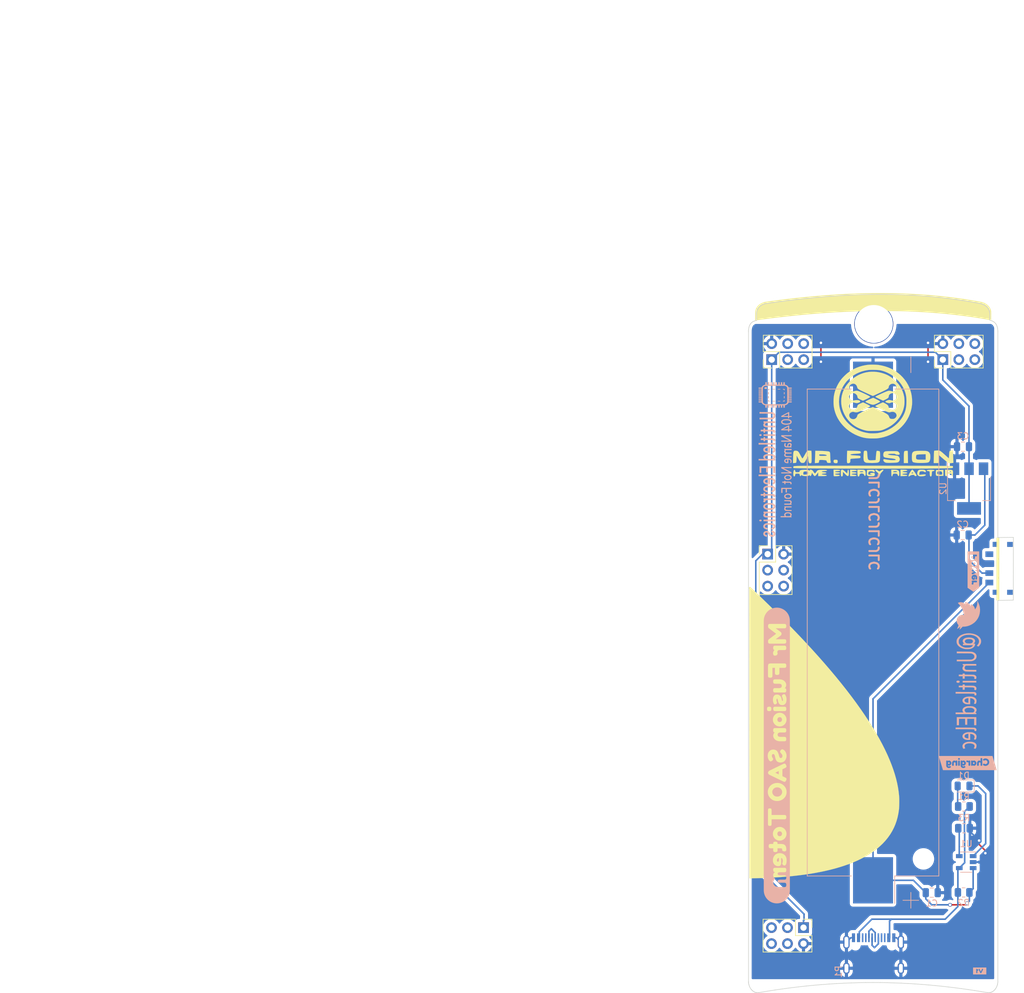
<source format=kicad_pcb>
(kicad_pcb (version 20210228) (generator pcbnew)
  (layers (0 "F.Cu" signal) (31 "B.Cu" signal) (34 "B.Paste" user) (35 "F.Paste" user) (36 "B.SilkS" user "B.Silkscreen") (37 "F.SilkS" user "F.Silkscreen") (38 "B.Mask" user) (39 "F.Mask" user) (44 "Edge.Cuts" user))
  (net 0 "")
  (net 1 "VSS")
  (net 2 "VDDA")
  (net 3 "Net-(C2-Pad1)")
  (net 4 "VCC")
  (net 5 "Net-(D1-Pad2)")
  (net 6 "Net-(D1-Pad1)")
  (net 23 "VBUS")
  (net 28 "unconnected-(P1-PadA6)")
  (net 29 "unconnected-(P1-PadA7)")
  (net 31 "Net-(R3-Pad2)")
  (footprint "LOGO" (layer "F.Cu") (at 0 0)
    (fp_text reference "G***" hide)
    (fp_text value "LOGO" hide)
  )
  (footprint "LOGO" (layer "F.Cu") (at 0 0)
    (fp_text reference "G***" hide)
    (fp_text value "LOGO" hide)
  )
  (footprint "Connector_PinHeader_2.54mm:PinHeader_2x03_P2.54mm_Vertical" (layer "F.Cu") (at 124.735 145.82 -90)
    (fp_text reference "J4" hide)
    (fp_text value "Conn_02x03_Odd_Even")
    (pad "1" thru_hole rect (at 0 0 270) (size 1.7 1.7) (drill 1) (layers *.Cu *.Mask) (net 4 "VCC"))
    (pad "2" thru_hole oval (at 2.54 0 270) (size 1.7 1.7) (drill 1) (layers *.Cu *.Mask) (net 1 "VSS"))
    (pad "3" thru_hole oval (at 0 2.54 270) (size 1.7 1.7) (drill 1) (layers *.Cu *.Mask))
    (pad "4" thru_hole oval (at 2.54 2.54 270) (size 1.7 1.7) (drill 1) (layers *.Cu *.Mask))
    (pad "5" thru_hole oval (at 0 5.08 270) (size 1.7 1.7) (drill 1) (layers *.Cu *.Mask))
    (pad "6" thru_hole oval (at 2.54 5.08 270) (size 1.7 1.7) (drill 1) (layers *.Cu *.Mask))
  )
  (footprint "LOGO" (layer "F.Cu") (at 0 0)
    (fp_text reference "G***" hide)
    (fp_text value "LOGO" hide)
  )
  (footprint "Connector_PinHeader_2.54mm:PinHeader_2x03_P2.54mm_Vertical" (layer "F.Cu") (at 119.685 55.665 90)
    (fp_text reference "J1" hide)
    (fp_text value "Conn_02x03_Odd_Even")
    (pad "1" thru_hole rect (at 0 0 90) (size 1.7 1.7) (drill 1) (layers *.Cu *.Mask) (net 4 "VCC"))
    (pad "2" thru_hole oval (at 2.54 0 90) (size 1.7 1.7) (drill 1) (layers *.Cu *.Mask) (net 1 "VSS"))
    (pad "3" thru_hole oval (at 0 2.54 90) (size 1.7 1.7) (drill 1) (layers *.Cu *.Mask))
    (pad "4" thru_hole oval (at 2.54 2.54 90) (size 1.7 1.7) (drill 1) (layers *.Cu *.Mask))
    (pad "5" thru_hole oval (at 0 5.08 90) (size 1.7 1.7) (drill 1) (layers *.Cu *.Mask))
    (pad "6" thru_hole oval (at 2.54 5.08 90) (size 1.7 1.7) (drill 1) (layers *.Cu *.Mask))
  )
  (footprint "LOGO" (layer "F.Cu") (at 0 0)
    (fp_text reference "G***" hide)
    (fp_text value "LOGO" hide)
  )
  (footprint "Connector_PinHeader_2.54mm:PinHeader_2x03_P2.54mm_Vertical" (layer "F.Cu") (at 146.845 55.665 90)
    (fp_text reference "J2" hide)
    (fp_text value "Conn_02x03_Odd_Even")
    (pad "1" thru_hole rect (at 0 0 90) (size 1.7 1.7) (drill 1) (layers *.Cu *.Mask) (net 4 "VCC"))
    (pad "2" thru_hole oval (at 2.54 0 90) (size 1.7 1.7) (drill 1) (layers *.Cu *.Mask) (net 1 "VSS"))
    (pad "3" thru_hole oval (at 0 2.54 90) (size 1.7 1.7) (drill 1) (layers *.Cu *.Mask))
    (pad "4" thru_hole oval (at 2.54 2.54 90) (size 1.7 1.7) (drill 1) (layers *.Cu *.Mask))
    (pad "5" thru_hole oval (at 0 5.08 90) (size 1.7 1.7) (drill 1) (layers *.Cu *.Mask))
    (pad "6" thru_hole oval (at 2.54 5.08 90) (size 1.7 1.7) (drill 1) (layers *.Cu *.Mask))
  )
  (footprint "Connector_PinHeader_2.54mm:PinHeader_2x03_P2.54mm_Vertical" (layer "F.Cu") (at 119.045 86.535)
    (fp_text reference "J3" hide)
    (fp_text value "Conn_02x03_Odd_Even")
    (pad "1" thru_hole rect (at 0 0) (size 1.7 1.7) (drill 1) (layers *.Cu *.Mask) (net 4 "VCC"))
    (pad "2" thru_hole oval (at 2.54 0) (size 1.7 1.7) (drill 1) (layers *.Cu *.Mask) (net 1 "VSS"))
    (pad "3" thru_hole oval (at 0 2.54) (size 1.7 1.7) (drill 1) (layers *.Cu *.Mask))
    (pad "4" thru_hole oval (at 2.54 2.54) (size 1.7 1.7) (drill 1) (layers *.Cu *.Mask))
    (pad "5" thru_hole oval (at 0 5.08) (size 1.7 1.7) (drill 1) (layers *.Cu *.Mask))
    (pad "6" thru_hole oval (at 2.54 5.08) (size 1.7 1.7) (drill 1) (layers *.Cu *.Mask))
  )
  (footprint "LOGO" (layer "F.Cu") (at 0 0)
    (fp_text reference "G***" hide)
    (fp_text value "LOGO" hide)
  )
  (footprint "" (layer "F.Cu") (at 135.89 50)
    (fp_text reference "" (at 0 0) (layer "F.SilkS") (effects (font (size 1.27 1.27))))
    (fp_text value "" (at 0 0) (layer "F.SilkS") (effects (font (size 1.27 1.27))))
    (pad "1" thru_hole circle (at 0 0) (size 6.2 6.2) (drill 6) (layers *.Cu *.Mask))
  )
  (footprint "LOGO" (layer "F.Cu") (at 135.2838 97.688)
    (fp_text reference "G***" hide)
    (fp_text value "LOGO" hide)
  )
  (footprint "LOGO" (layer "F.Cu") (at 0 0)
    (fp_text reference "G***" hide)
    (fp_text value "LOGO" hide)
  )
  (footprint "BreadBoardPwr:SK-3296S_switch" (layer "B.Cu") (at 156.355 88.795 90)
    (fp_text reference "Power->1" hide)
    (fp_text value "SW3")
    (pad "" np_thru_hole circle (at 1.5 0 90) (size 0.9 0.9) (drill 0.9) (layers *.Cu *.Mask))
    (pad "" np_thru_hole circle (at -1.5 0 90) (size 0.9 0.9) (drill 0.9) (layers *.Cu *.Mask))
    (pad "1" smd rect (at -2.25 -2.125 90) (size 0.9 1.25) (layers "B.Cu" "B.Paste" "B.Mask") (net 2 "VDDA"))
    (pad "2" smd rect (at -0.75 -2.125 90) (size 0.9 1.25) (layers "B.Cu" "B.Paste" "B.Mask") (net 3 "Net-(C2-Pad1)"))
    (pad "3" smd rect (at 2.25 -2.125 90) (size 0.9 1.25) (layers "B.Cu" "B.Paste" "B.Mask"))
    (pad "4" smd rect (at -3.8 -1.15 90) (size 0.8 0.9) (layers "B.Cu" "B.Paste" "B.Mask"))
    (pad "4" smd rect (at 3.81 -1.15 90) (size 0.8 0.9) (layers "B.Cu" "B.Paste" "B.Mask"))
    (pad "4" smd rect (at 3.8 1.15 90) (size 0.8 0.9) (layers "B.Cu" "B.Paste" "B.Mask"))
    (pad "4" smd rect (at -3.8 1.15 90) (size 0.8 0.9) (layers "B.Cu" "B.Paste" "B.Mask"))
  )
  (footprint "svg2mod" (layer "B.Cu") (at 151.7 89.3 -90)
    (fp_text reference "svg2mod" hide)
    (fp_text value "G***" hide)
  )
  (footprint "Capacitor_SMD:C_0805_2012Metric" (layer "B.Cu") (at 145.09 140.27)
    (fp_text reference "C1" (at 0 1.68) (layer "B.SilkS") (effects (justify mirror)))
    (fp_text value "10uF")
    (pad "1" smd roundrect (at -0.95 0) (size 1 1.45) (layers "B.Cu" "B.Paste" "B.Mask") (net 2 "VDDA"))
    (pad "2" smd roundrect (at 0.95 0) (size 1 1.45) (layers "B.Cu" "B.Paste" "B.Mask") (net 1 "VSS"))
  )
  (footprint "Resistor_SMD:R_0805_2012Metric" (layer "B.Cu") (at 150.1525 140.23)
    (fp_text reference "R2" (at 0 1.65) (layer "B.SilkS") (effects (justify mirror)))
    (fp_text value "Charger Bypass")
    (pad "1" smd roundrect (at -0.9125 0) (size 1.025 1.4) (layers "B.Cu" "B.Paste" "B.Mask") (roundrect_rratio 0.2439024390243902) (net 23 "VBUS"))
    (pad "2" smd roundrect (at 0.9125 0) (size 1.025 1.4) (layers "B.Cu" "B.Paste" "B.Mask") (roundrect_rratio 0.2439024390243902) (net 2 "VDDA"))
  )
  (footprint "Capacitor_SMD:C_0805_2012Metric" (layer "B.Cu") (at 150 83.5 180)
    (fp_text reference "C2" (at 0 1.68) (layer "B.SilkS") (effects (justify mirror)))
    (fp_text value "1uF")
    (pad "1" smd roundrect (at -0.95 0 180) (size 1 1.45) (layers "B.Cu" "B.Paste" "B.Mask") (net 3 "Net-(C2-Pad1)"))
    (pad "2" smd roundrect (at 0.95 0 180) (size 1 1.45) (layers "B.Cu" "B.Paste" "B.Mask") (net 1 "VSS"))
  )
  (footprint "Resistor_SMD:R_0805_2012Metric" (layer "B.Cu") (at 150.1925 126.59)
    (fp_text reference "R1" (at -0.0525 -1.55) (layer "B.SilkS") (effects (justify mirror)))
    (fp_text value "1k")
    (pad "1" smd roundrect (at -0.9125 0) (size 1.025 1.4) (layers "B.Cu" "B.Paste" "B.Mask") (roundrect_rratio 0.2439024390243902) (net 5 "Net-(D1-Pad2)"))
    (pad "2" smd roundrect (at 0.9125 0) (size 1.025 1.4) (layers "B.Cu" "B.Paste" "B.Mask") (roundrect_rratio 0.2439024390243902) (net 23 "VBUS"))
  )
  (footprint "18650Battery:BatteryHolder_18650" (layer "B.Cu") (at 135.77 98.98 90)
    (fp_text reference "BT1" hide)
    (fp_text value "Battery_Cell")
    (pad "" np_thru_hole circle (at -35.93 8 90) (size 2.39 2.39) (drill 2.39) (layers *.Cu *.Mask))
    (pad "1" smd rect (at -39.33 0 90) (size 7.34 6.35) (layers "B.Cu" "B.Paste" "B.Mask") (net 2 "VDDA"))
    (pad "2" smd rect (at 39.33 0 90) (size 7.34 6.35) (layers "B.Cu" "B.Paste" "B.Mask") (net 1 "VSS"))
  )
  (footprint "Package_TO_SOT_SMD:SOT-23-5" (layer "B.Cu") (at 150.56 135.42 180)
    (fp_text reference "U1" (at 0 2.9) (layer "B.SilkS") (effects (justify mirror)))
    (fp_text value "HX4055M")
    (pad "1" smd rect (at -1.1 0.95 180) (size 1.06 0.65) (layers "B.Cu" "B.Paste" "B.Mask") (net 6 "Net-(D1-Pad1)"))
    (pad "2" smd rect (at -1.1 0 180) (size 1.06 0.65) (layers "B.Cu" "B.Paste" "B.Mask") (net 1 "VSS"))
    (pad "3" smd rect (at -1.1 -0.95 180) (size 1.06 0.65) (layers "B.Cu" "B.Paste" "B.Mask") (net 2 "VDDA"))
    (pad "4" smd rect (at 1.1 -0.95 180) (size 1.06 0.65) (layers "B.Cu" "B.Paste" "B.Mask") (net 23 "VBUS"))
    (pad "5" smd rect (at 1.1 0.95 180) (size 1.06 0.65) (layers "B.Cu" "B.Paste" "B.Mask") (net 31 "Net-(R3-Pad2)"))
  )
  (footprint "Resistor_SMD:R_0805_2012Metric" (layer "B.Cu") (at 150.2075 130.04 180)
    (fp_text reference "R3" (at 0 1.65) (layer "B.SilkS") (effects (justify mirror)))
    (fp_text value "R_Small")
    (pad "1" smd roundrect (at -0.9125 0 180) (size 1.025 1.4) (layers "B.Cu" "B.Paste" "B.Mask") (roundrect_rratio 0.2439024390243902) (net 1 "VSS"))
    (pad "2" smd roundrect (at 0.9125 0 180) (size 1.025 1.4) (layers "B.Cu" "B.Paste" "B.Mask") (roundrect_rratio 0.2439024390243902) (net 31 "Net-(R3-Pad2)"))
  )
  (footprint "Package_TO_SOT_SMD:SOT-223-3_TabPin2" (layer "B.Cu") (at 151.01 76.13 -90)
    (fp_text reference "U2" (at 0 4.11 90) (layer "B.SilkS") (effects (justify mirror)))
    (fp_text value "TLV1117-33")
    (pad "1" smd rect (at -3.15 2.3 270) (size 2 1.5) (layers "B.Cu" "B.Paste" "B.Mask") (net 1 "VSS"))
    (pad "2" smd rect (at -3.15 0 270) (size 2 1.5) (layers "B.Cu" "B.Paste" "B.Mask") (net 4 "VCC"))
    (pad "2" smd rect (at 3.15 0 270) (size 2 3.8) (layers "B.Cu" "B.Paste" "B.Mask") (net 4 "VCC"))
    (pad "3" smd rect (at -3.15 -2.3 270) (size 2 1.5) (layers "B.Cu" "B.Paste" "B.Mask") (net 3 "Net-(C2-Pad1)"))
  )
  (footprint "svg2mod" (layer "B.Cu") (at 150.8 119.7 180)
    (fp_text reference "svg2mod" hide)
    (fp_text value "G***" hide)
  )
  (footprint "Capacitor_SMD:C_0805_2012Metric" (layer "B.Cu") (at 150.05 69.48 180)
    (fp_text reference "C3" (at 0 1.68) (layer "B.SilkS") (effects (justify mirror)))
    (fp_text value "1uF")
    (pad "1" smd roundrect (at -0.95 0 180) (size 1 1.45) (layers "B.Cu" "B.Paste" "B.Mask") (net 4 "VCC"))
    (pad "2" smd roundrect (at 0.95 0 180) (size 1 1.45) (layers "B.Cu" "B.Paste" "B.Mask") (net 1 "VSS"))
  )
  (footprint "18650Battery:Twitter" (layer "B.Cu") (at 150.531733 105.642158 -90)
    (fp_text reference "Ref**" hide)
    (fp_text value "Val**" hide)
  )
  (footprint "LED_SMD:LED_0805_2012Metric" (layer "B.Cu") (at 150.1425 123.33 180)
    (fp_text reference "D1" (at 0 1.65) (layer "B.SilkS") (effects (justify mirror)))
    (fp_text value "LED_Small")
    (pad "1" smd roundrect (at -0.9375 0 180) (size 0.975 1.4) (layers "B.Cu" "B.Paste" "B.Mask") (net 6 "Net-(D1-Pad1)"))
    (pad "2" smd roundrect (at 0.9375 0 180) (size 0.975 1.4) (layers "B.Cu" "B.Paste" "B.Mask") (net 5 "Net-(D1-Pad2)"))
  )
  (footprint "svg2mod" (layer "B.Cu") (at 120.5 118.5 -90)
    (fp_text reference "svg2mod" hide)
    (fp_text value "G***" hide)
  )
  (footprint "svg2mod" (layer "B.Cu") (at 152.7 152.7 180)
    (fp_text reference "svg2mod" hide)
    (fp_text value "G***" hide)
  )
  (footprint "18650Battery:UELogoSmall" (layer "B.Cu") (at 120 71.6 -90)
    (fp_text reference "Ref**" hide)
    (fp_text value "Val**" hide)
  )
  (footprint "BadgePirates:USB_C_Receptical-Jing" (layer "B.Cu") (at 135.87 148.1225 180)
    (fp_text reference "P1" (at 5.575 -4.7 270) (layer "B.SilkS") (effects (justify mirror)))
    (fp_text value "USB_C_Plug_corrected")
    (pad "" np_thru_hole circle (at -2.89 -0.5 180) (size 0.65 0.65) (drill 0.65) (layers *.Cu *.Mask))
    (pad "" np_thru_hole circle (at 2.89 -0.5 180) (size 0.65 0.65) (drill 0.65) (layers *.Cu *.Mask))
    (pad "A1" smd rect (at -3.325 0.7 180) (size 0.25 1.4) (layers "B.Cu" "B.Paste" "B.Mask") (net 1 "VSS"))
    (pad "A4" smd rect (at -2.525 0.7 180) (size 0.25 1.4) (layers "B.Cu" "B.Paste" "B.Mask") (net 23 "VBUS"))
    (pad "A5" smd rect (at -1.25 0.7 180) (size 0.25 1.4) (layers "B.Cu" "B.Paste" "B.Mask"))
    (pad "A6" smd rect (at -0.25 0.7 180) (size 0.25 1.4) (layers "B.Cu" "B.Paste" "B.Mask") (net 28 "unconnected-(P1-PadA6)"))
    (pad "A7" smd rect (at 0.25 0.7 180) (size 0.25 1.4) (layers "B.Cu" "B.Paste" "B.Mask") (net 29 "unconnected-(P1-PadA7)"))
    (pad "A8" smd rect (at -1.75 0.7 180) (size 0.25 1.4) (layers "B.Cu" "B.Paste" "B.Mask"))
    (pad "A9" smd rect (at 2.525 0.7 180) (size 0.25 1.4) (layers "B.Cu" "B.Paste" "B.Mask") (net 23 "VBUS"))
    (pad "A12" smd rect (at 3.325 0.7 180) (size 0.25 1.4) (layers "B.Cu" "B.Paste" "B.Mask") (net 1 "VSS"))
    (pad "B1" smd rect (at 3.075 0.7 180) (size 0.25 1.4) (layers "B.Cu" "B.Paste" "B.Mask") (net 1 "VSS"))
    (pad "B4" smd rect (at 2.275 0.7 180) (size 0.25 1.4) (layers "B.Cu" "B.Paste" "B.Mask") (net 23 "VBUS"))
    (pad "B5" smd rect (at 1.75 0.7 180) (size 0.25 1.4) (layers "B.Cu" "B.Paste" "B.Mask"))
    (pad "B6" smd rect (at 0.75 0.7 180) (size 0.25 1.4) (layers "B.Cu" "B.Paste" "B.Mask") (net 28 "unconnected-(P1-PadA6)"))
    (pad "B7" smd rect (at -0.75 0.7 180) (size 0.25 1.4) (layers "B.Cu" "B.Paste" "B.Mask") (net 29 "unconnected-(P1-PadA7)"))
    (pad "B8" smd rect (at 1.25 0.7 180) (size 0.25 1.4) (layers "B.Cu" "B.Paste" "B.Mask"))
    (pad "B9" smd rect (at -2.275 0.7 180) (size 0.25 1.4) (layers "B.Cu" "B.Paste" "B.Mask") (net 23 "VBUS"))
    (pad "B12" smd rect (at -3.075 0.7 180) (size 0.25 1.4) (layers "B.Cu" "B.Paste" "B.Mask") (net 1 "VSS"))
    (pad "S1" thru_hole oval (at -4.32 0 180) (size 1 2.1) (drill oval 0.6 1.7) (layers *.Cu *.Mask) (net 1 "VSS"))
    (pad "S1" thru_hole oval (at 4.32 -4.15 180) (size 1 1.8) (drill oval 0.6 1.4) (layers *.Cu *.Mask) (net 1 "VSS"))
    (pad "S1" thru_hole oval (at -4.32 -4.15 180) (size 1 1.8) (drill oval 0.6 1.4) (layers *.Cu *.Mask) (net 1 "VSS"))
    (pad "S1" thru_hole oval (at 4.32 0 180) (size 1 2.1) (drill oval 0.6 1.7) (layers *.Cu *.Mask) (net 1 "VSS"))
  )
  (gr_line (start 117.2742 48.3598) (end 117.2722 48.446) (layer "Edge.Cuts") (width 0.1))
  (gr_line (start 126.3959 154.967) (end 127.6017 154.863) (layer "Edge.Cuts") (width 0.1))
  (gr_line (start 141.5653 45.41152) (end 140.6353 45.36883) (layer "Edge.Cuts") (width 0.1))
  (gr_line (start 155.3488 50.1331) (end 155.2758 50.0127) (layer "Edge.Cuts") (width 0.1))
  (gr_line (start 154.9765 155.797) (end 155.0366 155.739) (layer "Edge.Cuts") (width 0.1))
  (gr_line (start 137.8471 45.29916) (end 136.6533 45.29513) (layer "Edge.Cuts") (width 0.1))
  (gr_line (start 154.3041 48.3599) (end 154.298 48.2758) (layer "Edge.Cuts") (width 0.1))
  (gr_line (start 117.3038 48.1123) (end 117.2901 48.1929) (layer "Edge.Cuts") (width 0.1))
  (gr_line (start 131.8847 45.42299) (end 130.694 45.48878) (layer "Edge.Cuts") (width 0.1))
  (gr_line (start 155.58 93.9074) (end 155.58 93.8802) (layer "Edge.Cuts") (width 0.1))
  (gr_line (start 146.6961 155.124) (end 147.7484 155.242) (layer "Edge.Cuts") (width 0.1))
  (gr_line (start 116.5451 155.74) (end 116.605 155.798) (layer "Edge.Cuts") (width 0.1))
  (gr_line (start 117.4006 156.151) (end 117.4825 156.152) (layer "Edge.Cuts") (width 0.1))
  (gr_line (start 116.0101 154.552) (end 116.0207 154.643) (layer "Edge.Cuts") (width 0.1))
  (gr_line (start 129.9828 154.7) (end 131.1583 154.639) (layer "Edge.Cuts") (width 0.1))
  (gr_line (start 144.3585 45.60089) (end 143.4271 45.52734) (layer "Edge.Cuts") (width 0.1))
  (gr_line (start 154.8773 49.6278) (end 154.7498 49.5569) (layer "Edge.Cuts") (width 0.1))
  (gr_line (start 155.2758 50.0127) (end 155.1924 49.9017) (layer "Edge.Cuts") (width 0.1))
  (gr_line (start 154.2979 49.4092) (end 154.3079 48.8916) (layer "Edge.Cuts") (width 0.1))
  (gr_line (start 155.1488 155.612) (end 155.2009 155.544) (layer "Edge.Cuts") (width 0.1))
  (gr_line (start 154.8495 155.902) (end 154.9144 155.852) (layer "Edge.Cuts") (width 0.1))
  (gr_line (start 155.5052 154.909) (end 155.5277 154.822) (layer "Edge.Cuts") (width 0.1))
  (gr_line (start 121.4655 155.537) (end 122.7145 155.371) (layer "Edge.Cuts") (width 0.1))
  (gr_line (start 155.58 154.37) (end 155.58 93.9074) (layer "Edge.Cuts") (width 0.1))
  (gr_line (start 116.6921 49.6484) (end 116.5767 49.7254) (layer "Edge.Cuts") (width 0.1))
  (gr_line (start 141.3285 154.689) (end 142.4168 154.755) (layer "Edge.Cuts") (width 0.1))
  (gr_line (start 136.6533 45.29513) (end 135.4603 45.30593) (layer "Edge.Cuts") (width 0.1))
  (gr_line (start 125.9365 45.87391) (end 124.7484 45.99849) (layer "Edge.Cuts") (width 0.1))
  (gr_line (start 154.2616 156.144) (end 154.341 156.131) (layer "Edge.Cuts") (width 0.1))
  (gr_line (start 116.4727 49.8131) (end 116.3798 49.9114) (layer "Edge.Cuts") (width 0.1))
  (gr_line (start 127.1252 45.76022) (end 125.9365 45.87391) (layer "Edge.Cuts") (width 0.1))
  (gr_line (start 136.8955 154.541) (end 138.0162 154.56) (layer "Edge.Cuts") (width 0.1))
  (gr_line (start 154.341 156.131) (end 154.4188 156.113) (layer "Edge.Cuts") (width 0.1))
  (gr_line (start 148.7943 155.369) (end 149.8336 155.505) (layer "Edge.Cuts") (width 0.1))
  (gr_line (start 155.4636 50.4013) (end 155.4112 50.2627) (layer "Edge.Cuts") (width 0.1))
  (gr_line (start 117.537 47.54028) (end 117.4594 47.6707) (layer "Edge.Cuts") (width 0.1))
  (gr_line (start 154.0992 156.152) (end 154.1809 156.151) (layer "Edge.Cuts") (width 0.1))
  (gr_line (start 151.8941 155.804) (end 152.916 155.965) (layer "Edge.Cuts") (width 0.1))
  (gr_line (start 153.3601 46.96989) (end 153.2191 46.90535) (layer "Edge.Cuts") (width 0.1))
  (gr_line (start 128.3142 45.65783) (end 127.1252 45.76022) (layer "Edge.Cuts") (width 0.1))
  (gr_line (start 147.1562 45.88656) (end 146.223 45.78029) (layer "Edge.Cuts") (width 0.1))
  (gr_line (start 117.32 156.144) (end 117.4006 156.151) (layer "Edge.Cuts") (width 0.1))
  (gr_line (start 123.5607 46.1335) (end 122.3735 46.27849) (layer "Edge.Cuts") (width 0.1))
  (gr_line (start 116.6674 155.853) (end 116.7321 155.903) (layer "Edge.Cuts") (width 0.1))
  (gr_line (start 154.0401 47.55052) (end 153.9507 47.43127) (layer "Edge.Cuts") (width 0.1))
  (gr_line (start 149.8336 155.505) (end 150.867 155.65) (layer "Edge.Cuts") (width 0.1))
  (gr_line (start 128.7973 154.774) (end 129.9828 154.7) (layer "Edge.Cuts") (width 0.1))
  (gr_line (start 154.1809 156.151) (end 154.2616 156.144) (layer "Edge.Cuts") (width 0.1))
  (gr_line (start 155.4112 50.2627) (end 155.3488 50.1331) (layer "Edge.Cuts") (width 0.1))
  (gr_line (start 152.916 155.965) (end 153.932 156.135) (layer "Edge.Cuts") (width 0.1))
  (gr_line (start 135.7662 154.534) (end 136.8955 154.541) (layer "Edge.Cuts") (width 0.1))
  (gr_line (start 118.8142 46.76903) (end 118.6574 46.7984) (layer "Edge.Cuts") (width 0.1))
  (gr_line (start 150.867 155.65) (end 151.8941 155.804) (layer "Edge.Cuts") (width 0.1))
  (gr_line (start 116.3808 155.545) (end 116.4328 155.613) (layer "Edge.Cuts") (width 0.1))
  (gr_line (start 155.5779 154.462) (end 155.58 154.37) (layer "Edge.Cuts") (width 0.1))
  (gr_line (start 144.5707 154.919) (end 145.637 155.016) (layer "Edge.Cuts") (width 0.1))
  (gr_line (start 116.0015 154.37) (end 116.0037 154.461) (layer "Edge.Cuts") (width 0.1))
  (gr_line (start 118.6574 46.7984) (end 118.505 46.83913) (layer "Edge.Cuts") (width 0.1))
  (gr_line (start 117.0119 156.063) (end 117.0865 156.091) (layer "Edge.Cuts") (width 0.1))
  (gr_line (start 154.4953 156.09) (end 154.5699 156.062) (layer "Edge.Cuts") (width 0.1))
  (gr_line (start 154.0161 156.147) (end 154.0992 156.152) (layer "Edge.Cuts") (width 0.1))
  (gr_line (start 154.1835 47.8151) (end 154.1179 47.6785) (layer "Edge.Cuts") (width 0.1))
  (gr_line (start 116.799 155.95) (end 116.868 155.992) (layer "Edge.Cuts") (width 0.1))
  (gr_line (start 140.2326 154.634) (end 141.3285 154.689) (layer "Edge.Cuts") (width 0.1))
  (gr_line (start 155.5462 154.733) (end 155.5607 154.643) (layer "Edge.Cuts") (width 0.1))
  (gr_line (start 154.7135 155.991) (end 154.7826 155.949) (layer "Edge.Cuts") (width 0.1))
  (gr_line (start 116.868 155.992) (end 116.939 156.03) (layer "Edge.Cuts") (width 0.1))
  (gr_line (start 121.1867 46.43302) (end 120.0003 46.59669) (layer "Edge.Cuts") (width 0.1))
  (gr_line (start 124.7484 45.99849) (end 123.5607 46.1335) (layer "Edge.Cuts") (width 0.1))
  (gr_line (start 154.2568 48.0361) (end 154.2359 47.9603) (layer "Edge.Cuts") (width 0.1))
  (gr_line (start 116.019 50.8684) (end 116.0058 51.04) (layer "Edge.Cuts") (width 0.1))
  (gr_line (start 154.298 48.2758) (end 154.288 48.1938) (layer "Edge.Cuts") (width 0.1))
  (gr_line (start 155.5059 50.5485) (end 155.4636 50.4013) (layer "Edge.Cuts") (width 0.1))
  (gr_line (start 149.9578 46.27407) (end 149.0236 46.13322) (layer "Edge.Cuts") (width 0.1))
  (gr_line (start 116.054 154.822) (end 116.0764 154.909) (layer "Edge.Cuts") (width 0.1))
  (gr_line (start 117.1089 49.485) (end 116.9579 49.5279) (layer "Edge.Cuts") (width 0.1))
  (gr_line (start 140.6353 45.36883) (end 139.7055 45.33601) (layer "Edge.Cuts") (width 0.1))
  (gr_line (start 154.3079 48.8916) (end 154.306 48.4459) (layer "Edge.Cuts") (width 0.1))
  (gr_line (start 154.6109 49.4967) (end 154.4603 49.4474) (layer "Edge.Cuts") (width 0.1))
  (gr_line (start 155.5713 154.553) (end 155.5779 154.462) (layer "Edge.Cuts") (width 0.1))
  (gr_line (start 155.5385 50.7042) (end 155.5059 50.5485) (layer "Edge.Cuts") (width 0.1))
  (gr_line (start 118.3576 46.89094) (end 118.2162 46.95353) (layer "Edge.Cuts") (width 0.1))
  (gr_line (start 116.3798 49.9114) (end 116.2977 50.0198) (layer "Edge.Cuts") (width 0.1))
  (gr_line (start 155.2961 155.399) (end 155.3792 155.244) (layer "Edge.Cuts") (width 0.1))
  (gr_line (start 133.0759 45.3703) (end 131.8847 45.42299) (layer "Edge.Cuts") (width 0.1))
  (gr_line (start 123.9525 155.221) (end 125.1795 155.086) (layer "Edge.Cuts") (width 0.1))
  (gr_line (start 155.1924 49.9017) (end 155.0982 49.8004) (layer "Edge.Cuts") (width 0.1))
  (gr_line (start 116.2977 50.0198) (end 116.2262 50.1382) (layer "Edge.Cuts") (width 0.1))
  (gr_line (start 116.1651 50.2662) (end 116.114 50.4035) (layer "Edge.Cuts") (width 0.1))
  (gr_line (start 117.1628 156.114) (end 117.2407 156.132) (layer "Edge.Cuts") (width 0.1))
  (gr_line (start 116.0037 154.461) (end 116.0101 154.552) (layer "Edge.Cuts") (width 0.1))
  (gr_line (start 155.5618 50.8681) (end 155.5385 50.7042) (layer "Edge.Cuts") (width 0.1))
  (gr_line (start 154.7498 49.5569) (end 154.6109 49.4967) (layer "Edge.Cuts") (width 0.1))
  (gr_line (start 153.6218 47.12704) (end 153.4945 47.04384) (layer "Edge.Cuts") (width 0.1))
  (gr_line (start 145.637 155.016) (end 146.6961 155.124) (layer "Edge.Cuts") (width 0.1))
  (gr_line (start 116.0764 154.909) (end 116.1323 155.08) (layer "Edge.Cuts") (width 0.1))
  (gr_line (start 158.0327 93.84) (end 158.0425 83.874) (layer "Edge.Cuts") (width 0.1))
  (gr_line (start 137.8471 45.29916) (end 137.8471 45.29916) (layer "Edge.Cuts") (width 0.1))
  (gr_line (start 137.8471 45.29916) (end 137.8471 45.29916) (layer "Edge.Cuts") (width 0.1))
  (gr_line (start 116.2023 155.244) (end 116.2854 155.399) (layer "Edge.Cuts") (width 0.1))
  (gr_line (start 154.9144 155.852) (end 154.9765 155.797) (layer "Edge.Cuts") (width 0.1))
  (gr_line (start 158.0425 83.874) (end 155.58 83.9012) (layer "Edge.Cuts") (width 0.1))
  (gr_line (start 117.2901 48.1929) (end 117.2802 48.2754) (layer "Edge.Cuts") (width 0.1))
  (gr_line (start 132.3243 154.593) (end 133.4807 154.561) (layer "Edge.Cuts") (width 0.1))
  (gr_line (start 150.8929 46.42685) (end 149.9578 46.27407) (layer "Edge.Cuts") (width 0.1))
  (gr_line (start 120.2051 155.72) (end 121.4655 155.537) (layer "Edge.Cuts") (width 0.1))
  (gr_line (start 153.0723 46.85027) (end 152.9204 46.80481) (layer "Edge.Cuts") (width 0.1))
  (gr_line (start 116.0354 154.733) (end 116.054 154.822) (layer "Edge.Cuts") (width 0.1))
  (gr_line (start 154.2742 48.1139) (end 154.2568 48.0361) (layer "Edge.Cuts") (width 0.1))
  (gr_line (start 117.8356 47.20331) (end 117.7258 47.30632) (layer "Edge.Cuts") (width 0.1))
  (gr_line (start 154.288 48.1938) (end 154.2742 48.1139) (layer "Edge.Cuts") (width 0.1))
  (gr_line (start 148.0896 46.00414) (end 147.1562 45.88656) (layer "Edge.Cuts") (width 0.1))
  (gr_line (start 117.6495 156.135) (end 118.9332 155.919) (layer "Edge.Cuts") (width 0.1))
  (gr_line (start 153.8507 47.32086) (end 153.7406 47.21942) (layer "Edge.Cuts") (width 0.1))
  (gr_line (start 154.4188 156.113) (end 154.4953 156.09) (layer "Edge.Cuts") (width 0.1))
  (gr_line (start 116.4876 155.678) (end 116.5451 155.74) (layer "Edge.Cuts") (width 0.1))
  (gr_line (start 152.7645 46.76904) (end 151.8284 46.59176) (layer "Edge.Cuts") (width 0.1))
  (gr_line (start 133.4807 154.561) (end 134.628 154.541) (layer "Edge.Cuts") (width 0.1))
  (gr_line (start 134.2678 45.33113) (end 133.0759 45.3703) (layer "Edge.Cuts") (width 0.1))
  (gr_line (start 117.7258 47.30632) (end 117.626 47.41874) (layer "Edge.Cuts") (width 0.1))
  (gr_line (start 116.2854 155.399) (end 116.3808 155.545) (layer "Edge.Cuts") (width 0.1))
  (gr_line (start 122.7145 155.371) (end 123.9525 155.221) (layer "Edge.Cuts") (width 0.1))
  (gr_line (start 139.1285 154.592) (end 140.2326 154.634) (layer "Edge.Cuts") (width 0.1))
  (gr_line (start 116.5767 49.7254) (end 116.4727 49.8131) (layer "Edge.Cuts") (width 0.1))
  (gr_line (start 155.2009 155.544) (end 155.2961 155.399) (layer "Edge.Cuts") (width 0.1))
  (gr_line (start 116.605 155.798) (end 116.6674 155.853) (layer "Edge.Cuts") (width 0.1))
  (gr_line (start 154.2359 47.9603) (end 154.1835 47.8151) (layer "Edge.Cuts") (width 0.1))
  (gr_line (start 117.2722 49.4541) (end 117.1089 49.485) (layer "Edge.Cuts") (width 0.1))
  (gr_line (start 116.7321 155.903) (end 116.799 155.95) (layer "Edge.Cuts") (width 0.1))
  (gr_line (start 127.6017 154.863) (end 128.7973 154.774) (layer "Edge.Cuts") (width 0.1))
  (gr_line (start 149.0236 46.13322) (end 148.0896 46.00414) (layer "Edge.Cuts") (width 0.1))
  (gr_line (start 154.7826 155.949) (end 154.8495 155.902) (layer "Edge.Cuts") (width 0.1))
  (gr_line (start 145.2906 45.68514) (end 144.3585 45.60089) (layer "Edge.Cuts") (width 0.1))
  (gr_line (start 153.7406 47.21942) (end 153.6218 47.12704) (layer "Edge.Cuts") (width 0.1))
  (gr_line (start 118.2162 46.95353) (end 118.0816 47.02663) (layer "Edge.Cuts") (width 0.1))
  (gr_line (start 155.0366 155.739) (end 155.094 155.677) (layer "Edge.Cuts") (width 0.1))
  (gr_line (start 116.0058 51.04) (end 116.0015 51.2196) (layer "Edge.Cuts") (width 0.1))
  (gr_line (start 154.6426 156.029) (end 154.7135 155.991) (layer "Edge.Cuts") (width 0.1))
  (gr_line (start 118.505 46.83913) (end 118.3576 46.89094) (layer "Edge.Cuts") (width 0.1))
  (gr_line (start 147.7484 155.242) (end 148.7943 155.369) (layer "Edge.Cuts") (width 0.1))
  (gr_line (start 116.2262 50.1382) (end 116.1651 50.2662) (layer "Edge.Cuts") (width 0.1))
  (gr_line (start 142.4961 45.4643) (end 141.5653 45.41152) (layer "Edge.Cuts") (width 0.1))
  (gr_line (start 154.9935 49.709) (end 154.8773 49.6278) (layer "Edge.Cuts") (width 0.1))
  (gr_line (start 155.58 51.2196) (end 155.5755 51.04) (layer "Edge.Cuts") (width 0.1))
  (gr_line (start 153.9507 47.43127) (end 153.8507 47.32086) (layer "Edge.Cuts") (width 0.1))
  (gr_line (start 155.5277 154.822) (end 155.5462 154.733) (layer "Edge.Cuts") (width 0.1))
  (gr_line (start 153.4945 47.04384) (end 153.3601 46.96989) (layer "Edge.Cuts") (width 0.1))
  (gr_line (start 155.58 93.8802) (end 158.0327 93.84) (layer "Edge.Cuts") (width 0.1))
  (gr_line (start 117.5655 156.147) (end 117.6495 156.135) (layer "Edge.Cuts") (width 0.1))
  (gr_line (start 118.0816 47.02663) (end 117.9544 47.11) (layer "Edge.Cuts") (width 0.1))
  (gr_line (start 116.0728 50.5498) (end 116.0413 50.7049) (layer "Edge.Cuts") (width 0.1))
  (gr_line (start 155.0982 49.8004) (end 154.9935 49.709) (layer "Edge.Cuts") (width 0.1))
  (gr_line (start 122.3735 46.27849) (end 121.1867 46.43302) (layer "Edge.Cuts") (width 0.1))
  (gr_line (start 134.628 154.541) (end 135.7662 154.534) (layer "Edge.Cuts") (width 0.1))
  (gr_line (start 152.9204 46.80481) (end 152.7645 46.76904) (layer "Edge.Cuts") (width 0.1))
  (gr_line (start 117.4825 156.152) (end 117.5655 156.147) (layer "Edge.Cuts") (width 0.1))
  (gr_line (start 143.4976 154.831) (end 144.5707 154.919) (layer "Edge.Cuts") (width 0.1))
  (gr_line (start 117.342 47.957) (end 117.3038 48.1123) (layer "Edge.Cuts") (width 0.1))
  (gr_line (start 116.0413 50.7049) (end 116.019 50.8684) (layer "Edge.Cuts") (width 0.1))
  (gr_line (start 155.58 83.9012) (end 155.58 51.2196) (layer "Edge.Cuts") (width 0.1))
  (gr_line (start 155.4493 155.08) (end 155.5052 154.909) (layer "Edge.Cuts") (width 0.1))
  (gr_line (start 142.4168 154.755) (end 143.4976 154.831) (layer "Edge.Cuts") (width 0.1))
  (gr_line (start 116.9579 49.5279) (end 116.8191 49.5825) (layer "Edge.Cuts") (width 0.1))
  (gr_line (start 117.2722 48.446) (end 117.2722 49.4541) (layer "Edge.Cuts") (width 0.1))
  (gr_line (start 130.694 45.48878) (end 129.5039 45.56721) (layer "Edge.Cuts") (width 0.1))
  (gr_line (start 139.7055 45.33601) (end 138.776 45.31285) (layer "Edge.Cuts") (width 0.1))
  (gr_line (start 143.4271 45.52734) (end 142.4961 45.4643) (layer "Edge.Cuts") (width 0.1))
  (gr_line (start 153.932 156.135) (end 154.0161 156.147) (layer "Edge.Cuts") (width 0.1))
  (gr_line (start 116.114 50.4035) (end 116.0728 50.5498) (layer "Edge.Cuts") (width 0.1))
  (gr_line (start 154.306 48.4459) (end 154.3041 48.3599) (layer "Edge.Cuts") (width 0.1))
  (gr_line (start 118.9332 155.919) (end 120.2051 155.72) (layer "Edge.Cuts") (width 0.1))
  (gr_line (start 116.1323 155.08) (end 116.2023 155.244) (layer "Edge.Cuts") (width 0.1))
  (gr_line (start 117.0865 156.091) (end 117.1628 156.114) (layer "Edge.Cuts") (width 0.1))
  (gr_line (start 116.0015 51.2196) (end 116.0015 154.37) (layer "Edge.Cuts") (width 0.1))
  (gr_line (start 116.939 156.03) (end 117.0119 156.063) (layer "Edge.Cuts") (width 0.1))
  (gr_line (start 131.1583 154.639) (end 132.3243 154.593) (layer "Edge.Cuts") (width 0.1))
  (gr_line (start 117.4594 47.6707) (end 117.3941 47.8097) (layer "Edge.Cuts") (width 0.1))
  (gr_line (start 151.8284 46.59176) (end 150.8929 46.42685) (layer "Edge.Cuts") (width 0.1))
  (gr_line (start 117.2407 156.132) (end 117.32 156.144) (layer "Edge.Cuts") (width 0.1))
  (gr_line (start 146.223 45.78029) (end 145.2906 45.68514) (layer "Edge.Cuts") (width 0.1))
  (gr_line (start 117.626 47.41874) (end 117.537 47.54028) (layer "Edge.Cuts") (width 0.1))
  (gr_line (start 155.094 155.677) (end 155.1488 155.612) (layer "Edge.Cuts") (width 0.1))
  (gr_line (start 154.5699 156.062) (end 154.6426 156.029) (layer "Edge.Cuts") (width 0.1))
  (gr_line (start 154.4603 49.4474) (end 154.2979 49.4092) (layer "Edge.Cuts") (width 0.1))
  (gr_line (start 129.5039 45.56721) (end 128.3142 45.65783) (layer "Edge.Cuts") (width 0.1))
  (gr_line (start 116.4328 155.613) (end 116.4876 155.678) (layer "Edge.Cuts") (width 0.1))
  (gr_line (start 155.5755 51.04) (end 155.5618 50.8681) (layer "Edge.Cuts") (width 0.1))
  (gr_line (start 138.776 45.31285) (end 137.8471 45.29916) (layer "Edge.Cuts") (width 0.1))
  (gr_line (start 154.1179 47.6785) (end 154.0401 47.55052) (layer "Edge.Cuts") (width 0.1))
  (gr_line (start 116.8191 49.5825) (end 116.6921 49.6484) (layer "Edge.Cuts") (width 0.1))
  (gr_line (start 135.4603 45.30593) (end 134.2678 45.33113) (layer "Edge.Cuts") (width 0.1))
  (gr_line (start 117.9544 47.11) (end 117.8356 47.20331) (layer "Edge.Cuts") (width 0.1))
  (gr_line (start 125.1795 155.086) (end 126.3959 154.967) (layer "Edge.Cuts") (width 0.1))
  (gr_line (start 155.5607 154.643) (end 155.5713 154.553) (layer "Edge.Cuts") (width 0.1))
  (gr_line (start 153.2191 46.90535) (end 153.0723 46.85027) (layer "Edge.Cuts") (width 0.1))
  (gr_line (start 117.3941 47.8097) (end 117.342 47.957) (layer "Edge.Cuts") (width 0.1))
  (gr_line (start 120.0003 46.59669) (end 118.8142 46.76903) (layer "Edge.Cuts") (width 0.1))
  (gr_line (start 138.0162 154.56) (end 139.1285 154.592) (layer "Edge.Cuts") (width 0.1))
  (gr_line (start 117.2802 48.2754) (end 117.2742 48.3598) (layer "Edge.Cuts") (width 0.1))
  (gr_line (start 155.3792 155.244) (end 155.4493 155.08) (layer "Edge.Cuts") (width 0.1))
  (gr_line (start 116.0207 154.643) (end 116.0354 154.733) (layer "Edge.Cuts") (width 0.1))
  (gr_text "JLCJLCJLCJLC" (at 136 81.4 90) (layer "B.SilkS") (effects (font (size 1.5 1.5) (thickness 0.3)) (justify mirror)))
  (segment (start 144.5 53) (end 144.5 56) (width 0.25) (layer "F.Cu") (net 1))
  (segment (start 152.6 132.6) (end 153.6 133.6) (width 0.25) (layer "F.Cu") (net 1))
  (segment (start 152.6 132) (end 152.6 132.6) (width 0.25) (layer "F.Cu") (net 1))
  (segment (start 153.6 133.6) (end 153.6 134) (width 0.25) (layer "F.Cu") (net 1))
  (segment (start 127.5 56) (end 127.5 53) (width 0.25) (layer "F.Cu") (net 1))
  (via (at 144.5 56) (size 0.6) (drill 0.4) (layers "F.Cu" "B.Cu") (net 1))
  (via (at 152.6 132) (size 0.6) (drill 0.4) (layers "F.Cu" "B.Cu") (net 1))
  (via (at 127.5 53) (size 0.6) (drill 0.4) (layers "F.Cu" "B.Cu") (net 1))
  (via (at 144.5 53) (size 0.6) (drill 0.4) (layers "F.Cu" "B.Cu") (net 1))
  (via (at 127.5 56) (size 0.6) (drill 0.4) (layers "F.Cu" "B.Cu") (net 1))
  (via (at 153.6 134) (size 0.6) (drill 0.4) (layers "F.Cu" "B.Cu") (net 1))
  (segment (start 138.945 147.4225) (end 139.195 147.4225) (width 0.25) (layer "B.Cu") (net 1))
  (segment (start 151.12 130.04) (end 151.12 130.52) (width 0.25) (layer "B.Cu") (net 1))
  (segment (start 151.12 130.52) (end 152.6 132) (width 0.25) (layer "B.Cu") (net 1))
  (segment (start 132.25 147.4225) (end 131.55 148.1225) (width 0.25) (layer "B.Cu") (net 1))
  (segment (start 153.6 135.1) (end 153.28 135.42) (width 0.25) (layer "B.Cu") (net 1))
  (segment (start 139.49 147.4225) (end 140.19 148.1225) (width 0.25) (layer "B.Cu") (net 1))
  (segment (start 132.795 147.4225) (end 132.25 147.4225) (width 0.25) (layer "B.Cu") (net 1))
  (segment (start 153.6 134) (end 153.6 135.1) (width 0.25) (layer "B.Cu") (net 1))
  (segment (start 139.195 147.4225) (end 139.49 147.4225) (width 0.25) (layer "B.Cu") (net 1))
  (segment (start 151.66 135.42) (end 153.28 135.42) (width 0.25) (layer "B.Cu") (net 1))
  (segment (start 153.28 135.42) (end 153.3 135.4) (width 0.25) (layer "B.Cu") (net 1))
  (segment (start 148 142.2) (end 150.45 142.2) (width 0.25) (layer "F.Cu") (net 2))
  (segment (start 150.45 142.2) (end 150.69 141.96) (width 0.25) (layer "F.Cu") (net 2))
  (via (at 150.69 141.96) (size 0.6) (drill 0.4) (layers "F.Cu" "B.Cu") (net 2))
  (via (at 148 142.2) (size 0.6) (drill 0.4) (layers "F.Cu" "B.Cu") (net 2))
  (segment (start 144.14 141.25) (end 144.14 140.27) (width 0.25) (layer "B.Cu") (net 2))
  (segment (start 148 142.2) (end 145.09 142.2) (width 0.25) (layer "B.Cu") (net 2))
  (segment (start 151.065 140.23) (end 151.065 141.585) (width 0.25) (layer "B.Cu") (net 2))
  (segment (start 151.66 136.37) (end 151.66 139.635) (width 0.25) (layer "B.Cu") (net 2))
  (segment (start 151.66 139.635) (end 151.065 140.23) (width 0.25) (layer "B.Cu") (net 2))
  (segment (start 151.065 141.585) (end 150.69 141.96) (width 0.25) (layer "B.Cu") (net 2))
  (segment (start 154.23 91.045) (end 135.77 109.505) (width 0.25) (layer "B.Cu") (net 2))
  (segment (start 145.09 142.2) (end 144.14 141.25) (width 0.25) (layer "B.Cu") (net 2))
  (segment (start 135.77 109.505) (end 135.77 138.31) (width 0.25) (layer "B.Cu") (net 2))
  (segment (start 144.14 140.27) (end 142.18 138.31) (width 0.25) (layer "B.Cu") (net 2))
  (segment (start 142.18 138.31) (end 135.77 138.31) (width 0.25) (layer "B.Cu") (net 2))
  (segment (start 151.95 83.5) (end 153.51 81.94) (width 0.25) (layer "B.Cu") (net 3))
  (segment (start 153.51 81.94) (end 153.51 73.18) (width 0.25) (layer "B.Cu") (net 3))
  (segment (start 154.23 89.545) (end 153.075 89.545) (width 0.25) (layer "B.Cu") (net 3))
  (segment (start 150.95 83.5) (end 151.95 83.5) (width 0.25) (layer "B.Cu") (net 3))
  (segment (start 153.075 89.545) (end 151 87.47) (width 0.25) (layer "B.Cu") (net 3))
  (segment (start 153.51 73.18) (end 153.31 72.98) (width 0.25) (layer "B.Cu") (net 3))
  (segment (start 151 83.55) (end 150.95 83.5) (width 0.25) (layer "B.Cu") (net 3))
  (segment (start 151 87.47) (end 151 83.55) (width 0.25) (layer "B.Cu") (net 3))
  (segment (start 146.845 58.885) (end 146.845 55.665) (width 0.25) (layer "B.Cu") (net 4))
  (segment (start 120.860011 54.489989) (end 119.685 55.665) (width 0.25) (layer "B.Cu") (net 4))
  (segment (start 119.685 85.895) (end 119.045 86.535) (width 0.25) (layer "B.Cu") (net 4))
  (segment (start 124.735 144.685) (end 124.735 145.82) (width 0.25) (layer "B.Cu") (net 4))
  (segment (start 146.845 55.665) (end 145.669989 54.489989) (width 0.25) (layer "B.Cu") (net 4))
  (segment (start 124.82 143.67) (end 124.82 144.6) (width 0.25) (layer "B.Cu") (net 4))
  (segment (start 117.16 87.6) (end 117.16 136.01) (width 0.25) (layer "B.Cu") (net 4))
  (segment (start 119.685 55.665) (end 119.685 85.895) (width 0.25) (layer "B.Cu") (net 4))
  (segment (start 145.669989 54.489989) (end 120.860011 54.489989) (width 0.25) (layer "B.Cu") (net 4))
  (segment (start 151.01 79.28) (end 151.01 72.98) (width 0.25) (layer "B.Cu") (net 4))
  (segment (start 151.01 69.49) (end 151 69.48) (width 0.25) (layer "B.Cu") (net 4))
  (segment (start 118.225 86.535) (end 117.16 87.6) (width 0.25) (layer "B.Cu") (net 4))
  (segment (start 124.82 144.6) (end 124.735 144.685) (width 0.25) (layer "B.Cu") (net 4))
  (segment (start 151.01 72.98) (end 151.01 69.49) (width 0.25) (layer "B.Cu") (net 4))
  (segment (start 151 69.48) (end 151 63.04) (width 0.25) (layer "B.Cu") (net 4))
  (segment (start 151 63.04) (end 146.845 58.885) (width 0.25) (layer "B.Cu") (net 4))
  (segment (start 119.045 86.535) (end 118.225 86.535) (width 0.25) (layer "B.Cu") (net 4))
  (segment (start 117.16 136.01) (end 124.82 143.67) (width 0.25) (layer "B.Cu") (net 4))
  (segment (start 149.205 123.33) (end 149.205 126.515) (width 0.25) (layer "B.Cu") (net 5))
  (segment (start 149.205 126.515) (end 149.28 126.59) (width 0.25) (layer "B.Cu") (net 5))
  (segment (start 152.44 123.33) (end 151.08 123.33) (width 0.25) (layer "B.Cu") (net 6))
  (segment (start 153.65 132.48) (end 153.65 124.54) (width 0.25) (layer "B.Cu") (net 6))
  (segment (start 151.66 134.47) (end 153.65 132.48) (width 0.25) (layer "B.Cu") (net 6))
  (segment (start 153.65 124.54) (end 152.44 123.33) (width 0.25) (layer "B.Cu") (net 6))
  (segment (start 149.24 142.47) (end 149.24 140.23) (width 0.25) (layer "B.Cu") (net 23))
  (segment (start 133.595 147.4225) (end 133.345 147.4225) (width 0.25) (layer "B.Cu") (net 23))
  (segment (start 150.28248 127.41252) (end 151.105 126.59) (width 0.25) (layer "B.Cu") (net 23))
  (segment (start 150.28248 130.728182) (end 150.28248 127.41252) (width 0.25) (layer "B.Cu") (net 23))
  (segment (start 149.46 136.37) (end 150.315011 135.514989) (width 0.25) (layer "B.Cu") (net 23))
  (segment (start 138.145 147.4225) (end 138.395 147.4225) (width 0.25) (layer "B.Cu") (net 23))
  (segment (start 138.395 144.785) (end 138.7 144.48) (width 0.25) (layer "B.Cu") (net 23))
  (segment (start 133.595 146.4725) (end 135.5875 144.48) (width 0.25) (layer "B.Cu") (net 23))
  (segment (start 138.7 144.48) (end 147.23 144.48) (width 0.25) (layer "B.Cu") (net 23))
  (segment (start 133.595 147.4225) (end 133.595 146.4725) (width 0.25) (layer "B.Cu") (net 23))
  (segment (start 147.23 144.48) (end 149.24 142.47) (width 0.25) (layer "B.Cu") (net 23))
  (segment (start 138.395 147.4225) (end 138.395 144.785) (width 0.25) (layer "B.Cu") (net 23))
  (segment (start 150.315011 135.514989) (end 150.315011 130.760713) (width 0.25) (layer "B.Cu") (net 23))
  (segment (start 135.5875 144.48) (end 138.7 144.48) (width 0.25) (layer "B.Cu") (net 23))
  (segment (start 149.24 140.23) (end 149.24 136.15) (width 0.25) (layer "B.Cu") (net 23))
  (segment (start 150.315011 130.760713) (end 150.28248 130.728182) (width 0.25) (layer "B.Cu") (net 23))
  (segment (start 135.12 147.4225) (end 135.12 146.38) (width 0.25) (layer "B.Cu") (net 28))
  (segment (start 136.12 146.62) (end 136.12 147.4225) (width 0.25) (layer "B.Cu") (net 28))
  (segment (start 135.5 146) (end 136.12 146.62) (width 0.25) (layer "B.Cu") (net 28))
  (segment (start 135.12 146.38) (end 135.5 146) (width 0.25) (layer "B.Cu") (net 28))
  (segment (start 136.62 147.4225) (end 136.62 148.38) (width 0.25) (layer "B.Cu") (net 29))
  (segment (start 136 149) (end 135.62 148.62) (width 0.25) (layer "B.Cu") (net 29))
  (segment (start 135.62 148.62) (end 135.62 147.4225) (width 0.25) (layer "B.Cu") (net 29))
  (segment (start 136.62 148.38) (end 136 149) (width 0.25) (layer "B.Cu") (net 29))
  (segment (start 149.46 134.47) (end 149.46 130.205) (width 0.25) (layer "B.Cu") (net 31))
  (segment (start 149.46 130.205) (end 149.295 130.04) (width 0.25) (layer "B.Cu") (net 31))
  (zone (net 1) (net_name "VSS") (layer "B.Cu") (connect_pads (clearance 0.508)) (min_thickness 0.254) (fill yes (thermal_gap 0.508) (thermal_bridge_width 0.508))
    (polygon (pts (xy 155 154) (xy 116.5 154) (xy 116.5 50) (xy 155 50)))
  )
)
</source>
